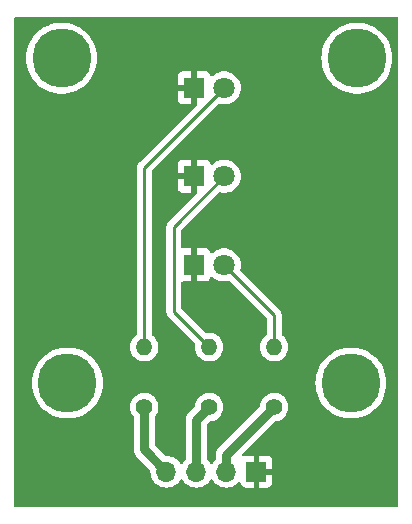
<source format=gbr>
%TF.GenerationSoftware,KiCad,Pcbnew,8.0.5*%
%TF.CreationDate,2024-12-18T16:59:36+03:00*%
%TF.ProjectId,Traffic_Light_For_Arduino,54726166-6669-4635-9f4c-696768745f46,V01*%
%TF.SameCoordinates,Original*%
%TF.FileFunction,Copper,L1,Top*%
%TF.FilePolarity,Positive*%
%FSLAX46Y46*%
G04 Gerber Fmt 4.6, Leading zero omitted, Abs format (unit mm)*
G04 Created by KiCad (PCBNEW 8.0.5) date 2024-12-18 16:59:36*
%MOMM*%
%LPD*%
G01*
G04 APERTURE LIST*
%TA.AperFunction,ComponentPad*%
%ADD10C,1.400000*%
%TD*%
%TA.AperFunction,ComponentPad*%
%ADD11O,1.400000X1.400000*%
%TD*%
%TA.AperFunction,ComponentPad*%
%ADD12R,1.700000X1.700000*%
%TD*%
%TA.AperFunction,ComponentPad*%
%ADD13O,1.700000X1.700000*%
%TD*%
%TA.AperFunction,ComponentPad*%
%ADD14C,5.000000*%
%TD*%
%TA.AperFunction,ComponentPad*%
%ADD15R,1.800000X1.800000*%
%TD*%
%TA.AperFunction,ComponentPad*%
%ADD16C,1.800000*%
%TD*%
%TA.AperFunction,Conductor*%
%ADD17C,0.254000*%
%TD*%
%TA.AperFunction,Conductor*%
%ADD18C,0.762000*%
%TD*%
G04 APERTURE END LIST*
D10*
%TO.P,R3,1*%
%TO.N,Net-(J1-Pin_2)*%
X168000000Y-94540000D03*
D11*
%TO.P,R3,2*%
%TO.N,Net-(D3-A)*%
X168000000Y-89460000D03*
%TD*%
D10*
%TO.P,R2,1*%
%TO.N,Net-(J1-Pin_3)*%
X162500000Y-94540000D03*
D11*
%TO.P,R2,2*%
%TO.N,Net-(D2-A)*%
X162500000Y-89460000D03*
%TD*%
D10*
%TO.P,R1,1*%
%TO.N,Net-(J1-Pin_4)*%
X157000000Y-94540000D03*
D11*
%TO.P,R1,2*%
%TO.N,Net-(D1-A)*%
X157000000Y-89460000D03*
%TD*%
D12*
%TO.P,J1,1,Pin_1*%
%TO.N,GND*%
X166500000Y-100000000D03*
D13*
%TO.P,J1,2,Pin_2*%
%TO.N,Net-(J1-Pin_2)*%
X163960000Y-100000000D03*
%TO.P,J1,3,Pin_3*%
%TO.N,Net-(J1-Pin_3)*%
X161420000Y-100000000D03*
%TO.P,J1,4,Pin_4*%
%TO.N,Net-(J1-Pin_4)*%
X158880000Y-100000000D03*
%TD*%
D14*
%TO.P,H4,1*%
%TO.N,N/C*%
X174500000Y-92500000D03*
%TD*%
%TO.P,H3,1*%
%TO.N,N/C*%
X150500000Y-92500000D03*
%TD*%
%TO.P,H2,1*%
%TO.N,N/C*%
X175000000Y-65000000D03*
%TD*%
%TO.P,H1,1*%
%TO.N,N/C*%
X150000000Y-65000000D03*
%TD*%
D15*
%TO.P,RED,1,K*%
%TO.N,GND*%
X161225000Y-82500000D03*
D16*
%TO.P,RED,2,A*%
%TO.N,Net-(D3-A)*%
X163765000Y-82500000D03*
%TD*%
D15*
%TO.P,ORANGE,1,K*%
%TO.N,GND*%
X161225000Y-75000000D03*
D16*
%TO.P,ORANGE,2,A*%
%TO.N,Net-(D2-A)*%
X163765000Y-75000000D03*
%TD*%
D15*
%TO.P,GREEN,1,K*%
%TO.N,GND*%
X161225000Y-67500000D03*
D16*
%TO.P,GREEN,2,A*%
%TO.N,Net-(D1-A)*%
X163765000Y-67500000D03*
%TD*%
D17*
%TO.N,Net-(D2-A)*%
X159500000Y-79265000D02*
X159500000Y-86460000D01*
X163765000Y-75000000D02*
X159500000Y-79265000D01*
X159500000Y-86460000D02*
X162500000Y-89460000D01*
%TO.N,Net-(D1-A)*%
X157000000Y-74265000D02*
X163765000Y-67500000D01*
X157000000Y-89460000D02*
X157000000Y-74265000D01*
%TO.N,Net-(D3-A)*%
X168000000Y-86735000D02*
X163765000Y-82500000D01*
X168000000Y-89460000D02*
X168000000Y-86735000D01*
D18*
%TO.N,Net-(J1-Pin_2)*%
X163960000Y-98580000D02*
X168000000Y-94540000D01*
X163960000Y-100000000D02*
X163960000Y-98580000D01*
%TO.N,Net-(J1-Pin_3)*%
X161420000Y-95620000D02*
X162500000Y-94540000D01*
X161420000Y-100000000D02*
X161420000Y-95620000D01*
%TO.N,Net-(J1-Pin_4)*%
X157000000Y-98120000D02*
X157000000Y-94540000D01*
X158880000Y-100000000D02*
X157000000Y-98120000D01*
%TD*%
%TA.AperFunction,Conductor*%
%TO.N,GND*%
G36*
X178443039Y-61519685D02*
G01*
X178488794Y-61572489D01*
X178500000Y-61624000D01*
X178500000Y-102876000D01*
X178480315Y-102943039D01*
X178427511Y-102988794D01*
X178376000Y-103000000D01*
X146124000Y-103000000D01*
X146056961Y-102980315D01*
X146011206Y-102927511D01*
X146000000Y-102876000D01*
X146000000Y-92499996D01*
X147494415Y-92499996D01*
X147494415Y-92500003D01*
X147514738Y-92848927D01*
X147514739Y-92848938D01*
X147575428Y-93193127D01*
X147575430Y-93193134D01*
X147675674Y-93527972D01*
X147814107Y-93848895D01*
X147814113Y-93848908D01*
X147988870Y-94151597D01*
X148197584Y-94431949D01*
X148197589Y-94431955D01*
X148286774Y-94526485D01*
X148437442Y-94686183D01*
X148527246Y-94761537D01*
X148705186Y-94910847D01*
X148705194Y-94910853D01*
X148997203Y-95102911D01*
X148997207Y-95102913D01*
X149309549Y-95259777D01*
X149637989Y-95379319D01*
X149978086Y-95459923D01*
X150325241Y-95500500D01*
X150325248Y-95500500D01*
X150674752Y-95500500D01*
X150674759Y-95500500D01*
X151021914Y-95459923D01*
X151362011Y-95379319D01*
X151690451Y-95259777D01*
X152002793Y-95102913D01*
X152294811Y-94910849D01*
X152562558Y-94686183D01*
X152700476Y-94539999D01*
X155794357Y-94539999D01*
X155794357Y-94540000D01*
X155814884Y-94761535D01*
X155814885Y-94761537D01*
X155875769Y-94975523D01*
X155875775Y-94975538D01*
X155974938Y-95174683D01*
X155974943Y-95174691D01*
X156093454Y-95331624D01*
X156118146Y-95396985D01*
X156118500Y-95406351D01*
X156118500Y-98033179D01*
X156118500Y-98206821D01*
X156118500Y-98206823D01*
X156118499Y-98206823D01*
X156152374Y-98377118D01*
X156152377Y-98377128D01*
X156218822Y-98537543D01*
X156315295Y-98681926D01*
X156315296Y-98681927D01*
X157492225Y-99858855D01*
X157525710Y-99920178D01*
X157528072Y-99957341D01*
X157524341Y-99999995D01*
X157524341Y-100000000D01*
X157544936Y-100235403D01*
X157544938Y-100235413D01*
X157606094Y-100463655D01*
X157606096Y-100463659D01*
X157606097Y-100463663D01*
X157686004Y-100635023D01*
X157705965Y-100677830D01*
X157705967Y-100677834D01*
X157814281Y-100832521D01*
X157841505Y-100871401D01*
X158008599Y-101038495D01*
X158085135Y-101092086D01*
X158202165Y-101174032D01*
X158202167Y-101174033D01*
X158202170Y-101174035D01*
X158416337Y-101273903D01*
X158644592Y-101335063D01*
X158815319Y-101350000D01*
X158879999Y-101355659D01*
X158880000Y-101355659D01*
X158880001Y-101355659D01*
X158944681Y-101350000D01*
X159115408Y-101335063D01*
X159343663Y-101273903D01*
X159557830Y-101174035D01*
X159751401Y-101038495D01*
X159918495Y-100871401D01*
X160048425Y-100685842D01*
X160103002Y-100642217D01*
X160172500Y-100635023D01*
X160234855Y-100666546D01*
X160251575Y-100685842D01*
X160381500Y-100871395D01*
X160381505Y-100871401D01*
X160548599Y-101038495D01*
X160625135Y-101092086D01*
X160742165Y-101174032D01*
X160742167Y-101174033D01*
X160742170Y-101174035D01*
X160956337Y-101273903D01*
X161184592Y-101335063D01*
X161355319Y-101350000D01*
X161419999Y-101355659D01*
X161420000Y-101355659D01*
X161420001Y-101355659D01*
X161484681Y-101350000D01*
X161655408Y-101335063D01*
X161883663Y-101273903D01*
X162097830Y-101174035D01*
X162291401Y-101038495D01*
X162458495Y-100871401D01*
X162588425Y-100685842D01*
X162643002Y-100642217D01*
X162712500Y-100635023D01*
X162774855Y-100666546D01*
X162791575Y-100685842D01*
X162921500Y-100871395D01*
X162921505Y-100871401D01*
X163088599Y-101038495D01*
X163165135Y-101092086D01*
X163282165Y-101174032D01*
X163282167Y-101174033D01*
X163282170Y-101174035D01*
X163496337Y-101273903D01*
X163724592Y-101335063D01*
X163895319Y-101350000D01*
X163959999Y-101355659D01*
X163960000Y-101355659D01*
X163960001Y-101355659D01*
X164024681Y-101350000D01*
X164195408Y-101335063D01*
X164423663Y-101273903D01*
X164637830Y-101174035D01*
X164831401Y-101038495D01*
X164953717Y-100916178D01*
X165015036Y-100882696D01*
X165084728Y-100887680D01*
X165140662Y-100929551D01*
X165157577Y-100960528D01*
X165206646Y-101092088D01*
X165206649Y-101092093D01*
X165292809Y-101207187D01*
X165292812Y-101207190D01*
X165407906Y-101293350D01*
X165407913Y-101293354D01*
X165542620Y-101343596D01*
X165542627Y-101343598D01*
X165602155Y-101349999D01*
X165602172Y-101350000D01*
X166250000Y-101350000D01*
X166250000Y-100433012D01*
X166307007Y-100465925D01*
X166434174Y-100500000D01*
X166565826Y-100500000D01*
X166692993Y-100465925D01*
X166750000Y-100433012D01*
X166750000Y-101350000D01*
X167397828Y-101350000D01*
X167397844Y-101349999D01*
X167457372Y-101343598D01*
X167457379Y-101343596D01*
X167592086Y-101293354D01*
X167592093Y-101293350D01*
X167707187Y-101207190D01*
X167707190Y-101207187D01*
X167793350Y-101092093D01*
X167793354Y-101092086D01*
X167843596Y-100957379D01*
X167843598Y-100957372D01*
X167849999Y-100897844D01*
X167850000Y-100897827D01*
X167850000Y-100250000D01*
X166933012Y-100250000D01*
X166965925Y-100192993D01*
X167000000Y-100065826D01*
X167000000Y-99934174D01*
X166965925Y-99807007D01*
X166933012Y-99750000D01*
X167850000Y-99750000D01*
X167850000Y-99102172D01*
X167849999Y-99102155D01*
X167843598Y-99042627D01*
X167843596Y-99042620D01*
X167793354Y-98907913D01*
X167793350Y-98907906D01*
X167707190Y-98792812D01*
X167707187Y-98792809D01*
X167592093Y-98706649D01*
X167592086Y-98706645D01*
X167457379Y-98656403D01*
X167457372Y-98656401D01*
X167397844Y-98650000D01*
X166750000Y-98650000D01*
X166750000Y-99566988D01*
X166692993Y-99534075D01*
X166565826Y-99500000D01*
X166434174Y-99500000D01*
X166307007Y-99534075D01*
X166250000Y-99566988D01*
X166250000Y-98650000D01*
X165602155Y-98650000D01*
X165542627Y-98656401D01*
X165542619Y-98656403D01*
X165418992Y-98702513D01*
X165349300Y-98707497D01*
X165287977Y-98674012D01*
X165254493Y-98612688D01*
X165259478Y-98542997D01*
X165287976Y-98498652D01*
X168009810Y-95776819D01*
X168071133Y-95743334D01*
X168097491Y-95740500D01*
X168111241Y-95740500D01*
X168111243Y-95740500D01*
X168329940Y-95699618D01*
X168537401Y-95619247D01*
X168726562Y-95502124D01*
X168726562Y-95502123D01*
X168726565Y-95502122D01*
X168890979Y-95352238D01*
X168900741Y-95339312D01*
X169025058Y-95174689D01*
X169124229Y-94975528D01*
X169185115Y-94761536D01*
X169205643Y-94540000D01*
X169203343Y-94515184D01*
X169185115Y-94318464D01*
X169185114Y-94318462D01*
X169124230Y-94104476D01*
X169124229Y-94104472D01*
X169124224Y-94104461D01*
X169025061Y-93905316D01*
X169025056Y-93905308D01*
X168890979Y-93727761D01*
X168726562Y-93577876D01*
X168726560Y-93577874D01*
X168537404Y-93460754D01*
X168537398Y-93460752D01*
X168329940Y-93380382D01*
X168111243Y-93339500D01*
X167888757Y-93339500D01*
X167670060Y-93380382D01*
X167538864Y-93431207D01*
X167462601Y-93460752D01*
X167462595Y-93460754D01*
X167273439Y-93577874D01*
X167273437Y-93577876D01*
X167109020Y-93727761D01*
X166974943Y-93905308D01*
X166974938Y-93905316D01*
X166875775Y-94104461D01*
X166875769Y-94104476D01*
X166814885Y-94318462D01*
X166814885Y-94318464D01*
X166802673Y-94450247D01*
X166776887Y-94515184D01*
X166766883Y-94526486D01*
X163275291Y-98018078D01*
X163265204Y-98033177D01*
X163265203Y-98033179D01*
X163178828Y-98162446D01*
X163178821Y-98162459D01*
X163112377Y-98322871D01*
X163112374Y-98322881D01*
X163078500Y-98493177D01*
X163078500Y-98920241D01*
X163058815Y-98987280D01*
X163042181Y-99007922D01*
X162921505Y-99128597D01*
X162791575Y-99314158D01*
X162736998Y-99357783D01*
X162667500Y-99364977D01*
X162605145Y-99333454D01*
X162588425Y-99314158D01*
X162458494Y-99128597D01*
X162337819Y-99007922D01*
X162304334Y-98946599D01*
X162301500Y-98920241D01*
X162301500Y-96036491D01*
X162321185Y-95969452D01*
X162337819Y-95948810D01*
X162509811Y-95776819D01*
X162571134Y-95743334D01*
X162597492Y-95740500D01*
X162611241Y-95740500D01*
X162611243Y-95740500D01*
X162829940Y-95699618D01*
X163037401Y-95619247D01*
X163226562Y-95502124D01*
X163226562Y-95502123D01*
X163226565Y-95502122D01*
X163390979Y-95352238D01*
X163400741Y-95339312D01*
X163525058Y-95174689D01*
X163624229Y-94975528D01*
X163685115Y-94761536D01*
X163705643Y-94540000D01*
X163703343Y-94515184D01*
X163685115Y-94318464D01*
X163685114Y-94318462D01*
X163624230Y-94104476D01*
X163624229Y-94104472D01*
X163624224Y-94104461D01*
X163525061Y-93905316D01*
X163525056Y-93905308D01*
X163390979Y-93727761D01*
X163226562Y-93577876D01*
X163226560Y-93577874D01*
X163037404Y-93460754D01*
X163037398Y-93460752D01*
X162829940Y-93380382D01*
X162611243Y-93339500D01*
X162388757Y-93339500D01*
X162170060Y-93380382D01*
X162038864Y-93431207D01*
X161962601Y-93460752D01*
X161962595Y-93460754D01*
X161773439Y-93577874D01*
X161773437Y-93577876D01*
X161609020Y-93727761D01*
X161474943Y-93905308D01*
X161474938Y-93905316D01*
X161375775Y-94104461D01*
X161375769Y-94104476D01*
X161314885Y-94318462D01*
X161314885Y-94318464D01*
X161302673Y-94450246D01*
X161276886Y-94515183D01*
X161266883Y-94526485D01*
X160735295Y-95058073D01*
X160638822Y-95202456D01*
X160572377Y-95362871D01*
X160572374Y-95362883D01*
X160544678Y-95502122D01*
X160544678Y-95502126D01*
X160538500Y-95533180D01*
X160538500Y-98920241D01*
X160518815Y-98987280D01*
X160502181Y-99007922D01*
X160381505Y-99128597D01*
X160251575Y-99314158D01*
X160196998Y-99357783D01*
X160127500Y-99364977D01*
X160065145Y-99333454D01*
X160048425Y-99314158D01*
X159918494Y-99128597D01*
X159751402Y-98961506D01*
X159751395Y-98961501D01*
X159557834Y-98825967D01*
X159557830Y-98825965D01*
X159486727Y-98792809D01*
X159343663Y-98726097D01*
X159343659Y-98726096D01*
X159343655Y-98726094D01*
X159115413Y-98664938D01*
X159115403Y-98664936D01*
X158880001Y-98644341D01*
X158879996Y-98644341D01*
X158837341Y-98648072D01*
X158768841Y-98634304D01*
X158738855Y-98612225D01*
X157917819Y-97791189D01*
X157884334Y-97729866D01*
X157881500Y-97703508D01*
X157881500Y-95406351D01*
X157901185Y-95339312D01*
X157906546Y-95331624D01*
X158025058Y-95174689D01*
X158124229Y-94975528D01*
X158185115Y-94761536D01*
X158205643Y-94540000D01*
X158203343Y-94515184D01*
X158185115Y-94318464D01*
X158185114Y-94318462D01*
X158124230Y-94104476D01*
X158124229Y-94104472D01*
X158124224Y-94104461D01*
X158025061Y-93905316D01*
X158025056Y-93905308D01*
X157890979Y-93727761D01*
X157726562Y-93577876D01*
X157726560Y-93577874D01*
X157537404Y-93460754D01*
X157537398Y-93460752D01*
X157329940Y-93380382D01*
X157111243Y-93339500D01*
X156888757Y-93339500D01*
X156670060Y-93380382D01*
X156538864Y-93431207D01*
X156462601Y-93460752D01*
X156462595Y-93460754D01*
X156273439Y-93577874D01*
X156273437Y-93577876D01*
X156109020Y-93727761D01*
X155974943Y-93905308D01*
X155974938Y-93905316D01*
X155875775Y-94104461D01*
X155875769Y-94104476D01*
X155814885Y-94318462D01*
X155814884Y-94318464D01*
X155794357Y-94539999D01*
X152700476Y-94539999D01*
X152802412Y-94431953D01*
X153011130Y-94151596D01*
X153185889Y-93848904D01*
X153324326Y-93527971D01*
X153424569Y-93193136D01*
X153485262Y-92848927D01*
X153505585Y-92500000D01*
X153505585Y-92499996D01*
X171494415Y-92499996D01*
X171494415Y-92500003D01*
X171514738Y-92848927D01*
X171514739Y-92848938D01*
X171575428Y-93193127D01*
X171575430Y-93193134D01*
X171675674Y-93527972D01*
X171814107Y-93848895D01*
X171814113Y-93848908D01*
X171988870Y-94151597D01*
X172197584Y-94431949D01*
X172197589Y-94431955D01*
X172286774Y-94526485D01*
X172437442Y-94686183D01*
X172527246Y-94761537D01*
X172705186Y-94910847D01*
X172705194Y-94910853D01*
X172997203Y-95102911D01*
X172997207Y-95102913D01*
X173309549Y-95259777D01*
X173637989Y-95379319D01*
X173978086Y-95459923D01*
X174325241Y-95500500D01*
X174325248Y-95500500D01*
X174674752Y-95500500D01*
X174674759Y-95500500D01*
X175021914Y-95459923D01*
X175362011Y-95379319D01*
X175690451Y-95259777D01*
X176002793Y-95102913D01*
X176294811Y-94910849D01*
X176562558Y-94686183D01*
X176802412Y-94431953D01*
X177011130Y-94151596D01*
X177185889Y-93848904D01*
X177324326Y-93527971D01*
X177424569Y-93193136D01*
X177485262Y-92848927D01*
X177505585Y-92500000D01*
X177485262Y-92151073D01*
X177485260Y-92151061D01*
X177424571Y-91806872D01*
X177424569Y-91806865D01*
X177324325Y-91472027D01*
X177185892Y-91151104D01*
X177185889Y-91151096D01*
X177011130Y-90848404D01*
X176871241Y-90660500D01*
X176802415Y-90568050D01*
X176802410Y-90568044D01*
X176664741Y-90422125D01*
X176562558Y-90313817D01*
X176414488Y-90189572D01*
X176294813Y-90089152D01*
X176294805Y-90089146D01*
X176002796Y-89897088D01*
X175690458Y-89740226D01*
X175690452Y-89740223D01*
X175362012Y-89620681D01*
X175362009Y-89620680D01*
X175021915Y-89540077D01*
X174978519Y-89535004D01*
X174674759Y-89499500D01*
X174325241Y-89499500D01*
X174021480Y-89535004D01*
X173978085Y-89540077D01*
X173978083Y-89540077D01*
X173637990Y-89620680D01*
X173637987Y-89620681D01*
X173309547Y-89740223D01*
X173309541Y-89740226D01*
X172997203Y-89897088D01*
X172705194Y-90089146D01*
X172705186Y-90089152D01*
X172437442Y-90313817D01*
X172437440Y-90313819D01*
X172197589Y-90568044D01*
X172197584Y-90568050D01*
X171988870Y-90848402D01*
X171814113Y-91151091D01*
X171814107Y-91151104D01*
X171675674Y-91472027D01*
X171575430Y-91806865D01*
X171575428Y-91806872D01*
X171514739Y-92151061D01*
X171514738Y-92151072D01*
X171494415Y-92499996D01*
X153505585Y-92499996D01*
X153485262Y-92151073D01*
X153485260Y-92151061D01*
X153424571Y-91806872D01*
X153424569Y-91806865D01*
X153324325Y-91472027D01*
X153185892Y-91151104D01*
X153185889Y-91151096D01*
X153011130Y-90848404D01*
X152871241Y-90660500D01*
X152802415Y-90568050D01*
X152802410Y-90568044D01*
X152664741Y-90422125D01*
X152562558Y-90313817D01*
X152414488Y-90189572D01*
X152294813Y-90089152D01*
X152294805Y-90089146D01*
X152002796Y-89897088D01*
X151690458Y-89740226D01*
X151690452Y-89740223D01*
X151362012Y-89620681D01*
X151362009Y-89620680D01*
X151021915Y-89540077D01*
X150978519Y-89535004D01*
X150674759Y-89499500D01*
X150325241Y-89499500D01*
X150021480Y-89535004D01*
X149978085Y-89540077D01*
X149978083Y-89540077D01*
X149637990Y-89620680D01*
X149637987Y-89620681D01*
X149309547Y-89740223D01*
X149309541Y-89740226D01*
X148997203Y-89897088D01*
X148705194Y-90089146D01*
X148705186Y-90089152D01*
X148437442Y-90313817D01*
X148437440Y-90313819D01*
X148197589Y-90568044D01*
X148197584Y-90568050D01*
X147988870Y-90848402D01*
X147814113Y-91151091D01*
X147814107Y-91151104D01*
X147675674Y-91472027D01*
X147575430Y-91806865D01*
X147575428Y-91806872D01*
X147514739Y-92151061D01*
X147514738Y-92151072D01*
X147494415Y-92499996D01*
X146000000Y-92499996D01*
X146000000Y-89459999D01*
X155794357Y-89459999D01*
X155794357Y-89460000D01*
X155814884Y-89681535D01*
X155814885Y-89681537D01*
X155875769Y-89895523D01*
X155875775Y-89895538D01*
X155974938Y-90094683D01*
X155974943Y-90094691D01*
X156109020Y-90272238D01*
X156273437Y-90422123D01*
X156273439Y-90422125D01*
X156462595Y-90539245D01*
X156462596Y-90539245D01*
X156462599Y-90539247D01*
X156670060Y-90619618D01*
X156888757Y-90660500D01*
X156888759Y-90660500D01*
X157111241Y-90660500D01*
X157111243Y-90660500D01*
X157329940Y-90619618D01*
X157537401Y-90539247D01*
X157726562Y-90422124D01*
X157890981Y-90272236D01*
X158025058Y-90094689D01*
X158124229Y-89895528D01*
X158185115Y-89681536D01*
X158205643Y-89460000D01*
X158185115Y-89238464D01*
X158124229Y-89024472D01*
X158124224Y-89024461D01*
X158025061Y-88825316D01*
X158025056Y-88825308D01*
X157890979Y-88647761D01*
X157726562Y-88497876D01*
X157726561Y-88497875D01*
X157686221Y-88472897D01*
X157639586Y-88420869D01*
X157627500Y-88367471D01*
X157627500Y-79203192D01*
X158872500Y-79203192D01*
X158872500Y-86521807D01*
X158896612Y-86643028D01*
X158896613Y-86643032D01*
X158896614Y-86643035D01*
X158909108Y-86673197D01*
X158943916Y-86757231D01*
X158943918Y-86757235D01*
X158970353Y-86796799D01*
X158970358Y-86796804D01*
X159012587Y-86860006D01*
X159012591Y-86860011D01*
X161280662Y-89128081D01*
X161314147Y-89189404D01*
X161314783Y-89232697D01*
X161315414Y-89232756D01*
X161294357Y-89459999D01*
X161294357Y-89460000D01*
X161314884Y-89681535D01*
X161314885Y-89681537D01*
X161375769Y-89895523D01*
X161375775Y-89895538D01*
X161474938Y-90094683D01*
X161474943Y-90094691D01*
X161609020Y-90272238D01*
X161773437Y-90422123D01*
X161773439Y-90422125D01*
X161962595Y-90539245D01*
X161962596Y-90539245D01*
X161962599Y-90539247D01*
X162170060Y-90619618D01*
X162388757Y-90660500D01*
X162388759Y-90660500D01*
X162611241Y-90660500D01*
X162611243Y-90660500D01*
X162829940Y-90619618D01*
X163037401Y-90539247D01*
X163226562Y-90422124D01*
X163390981Y-90272236D01*
X163525058Y-90094689D01*
X163624229Y-89895528D01*
X163685115Y-89681536D01*
X163705643Y-89460000D01*
X163685115Y-89238464D01*
X163624229Y-89024472D01*
X163624224Y-89024461D01*
X163525061Y-88825316D01*
X163525056Y-88825308D01*
X163390979Y-88647761D01*
X163226562Y-88497876D01*
X163226560Y-88497874D01*
X163037404Y-88380754D01*
X163037398Y-88380752D01*
X162829940Y-88300382D01*
X162611243Y-88259500D01*
X162388757Y-88259500D01*
X162282955Y-88279278D01*
X162213440Y-88272247D01*
X162172489Y-88245070D01*
X160163819Y-86236400D01*
X160130334Y-86175077D01*
X160127500Y-86148719D01*
X160127500Y-84021954D01*
X160147185Y-83954915D01*
X160199989Y-83909160D01*
X160264763Y-83898665D01*
X160277173Y-83900000D01*
X160975000Y-83900000D01*
X160975000Y-82875277D01*
X161051306Y-82919333D01*
X161165756Y-82950000D01*
X161284244Y-82950000D01*
X161398694Y-82919333D01*
X161475000Y-82875277D01*
X161475000Y-83900000D01*
X162172828Y-83900000D01*
X162172844Y-83899999D01*
X162232372Y-83893598D01*
X162232379Y-83893596D01*
X162367086Y-83843354D01*
X162367093Y-83843350D01*
X162482187Y-83757190D01*
X162482190Y-83757187D01*
X162568350Y-83642093D01*
X162568355Y-83642084D01*
X162597075Y-83565081D01*
X162638945Y-83509147D01*
X162704409Y-83484729D01*
X162772682Y-83499580D01*
X162804484Y-83524428D01*
X162813216Y-83533913D01*
X162813219Y-83533915D01*
X162813222Y-83533918D01*
X162996365Y-83676464D01*
X162996371Y-83676468D01*
X162996374Y-83676470D01*
X163200497Y-83786936D01*
X163314487Y-83826068D01*
X163420015Y-83862297D01*
X163420017Y-83862297D01*
X163420019Y-83862298D01*
X163648951Y-83900500D01*
X163648952Y-83900500D01*
X163881048Y-83900500D01*
X163881049Y-83900500D01*
X164109981Y-83862298D01*
X164133470Y-83854233D01*
X164203264Y-83851082D01*
X164261414Y-83883833D01*
X167336181Y-86958600D01*
X167369666Y-87019923D01*
X167372500Y-87046281D01*
X167372500Y-88367471D01*
X167352815Y-88434510D01*
X167313779Y-88472897D01*
X167273438Y-88497875D01*
X167273437Y-88497876D01*
X167109020Y-88647761D01*
X166974943Y-88825308D01*
X166974938Y-88825316D01*
X166875775Y-89024461D01*
X166875769Y-89024476D01*
X166814885Y-89238462D01*
X166814884Y-89238464D01*
X166794357Y-89459999D01*
X166794357Y-89460000D01*
X166814884Y-89681535D01*
X166814885Y-89681537D01*
X166875769Y-89895523D01*
X166875775Y-89895538D01*
X166974938Y-90094683D01*
X166974943Y-90094691D01*
X167109020Y-90272238D01*
X167273437Y-90422123D01*
X167273439Y-90422125D01*
X167462595Y-90539245D01*
X167462596Y-90539245D01*
X167462599Y-90539247D01*
X167670060Y-90619618D01*
X167888757Y-90660500D01*
X167888759Y-90660500D01*
X168111241Y-90660500D01*
X168111243Y-90660500D01*
X168329940Y-90619618D01*
X168537401Y-90539247D01*
X168726562Y-90422124D01*
X168890981Y-90272236D01*
X169025058Y-90094689D01*
X169124229Y-89895528D01*
X169185115Y-89681536D01*
X169205643Y-89460000D01*
X169185115Y-89238464D01*
X169124229Y-89024472D01*
X169124224Y-89024461D01*
X169025061Y-88825316D01*
X169025056Y-88825308D01*
X168890979Y-88647761D01*
X168726562Y-88497876D01*
X168726561Y-88497875D01*
X168686221Y-88472897D01*
X168639586Y-88420869D01*
X168627500Y-88367471D01*
X168627500Y-86673193D01*
X168603386Y-86551970D01*
X168603385Y-86551969D01*
X168603385Y-86551965D01*
X168590892Y-86521803D01*
X168556086Y-86437773D01*
X168556079Y-86437760D01*
X168487412Y-86334993D01*
X168487411Y-86334992D01*
X168400008Y-86247589D01*
X165146919Y-82994500D01*
X165113434Y-82933177D01*
X165114394Y-82876381D01*
X165151134Y-82731305D01*
X165170300Y-82500000D01*
X165170300Y-82499993D01*
X165151135Y-82268702D01*
X165151133Y-82268691D01*
X165094157Y-82043699D01*
X165000924Y-81831151D01*
X164873983Y-81636852D01*
X164873980Y-81636849D01*
X164873979Y-81636847D01*
X164716784Y-81466087D01*
X164716779Y-81466083D01*
X164716777Y-81466081D01*
X164533634Y-81323535D01*
X164533628Y-81323531D01*
X164329504Y-81213064D01*
X164329495Y-81213061D01*
X164109984Y-81137702D01*
X163922404Y-81106401D01*
X163881049Y-81099500D01*
X163648951Y-81099500D01*
X163607596Y-81106401D01*
X163420015Y-81137702D01*
X163200504Y-81213061D01*
X163200495Y-81213064D01*
X162996371Y-81323531D01*
X162996365Y-81323535D01*
X162813222Y-81466081D01*
X162813215Y-81466087D01*
X162804484Y-81475572D01*
X162744595Y-81511561D01*
X162674757Y-81509458D01*
X162617143Y-81469932D01*
X162597075Y-81434918D01*
X162568355Y-81357915D01*
X162568350Y-81357906D01*
X162482190Y-81242812D01*
X162482187Y-81242809D01*
X162367093Y-81156649D01*
X162367086Y-81156645D01*
X162232379Y-81106403D01*
X162232372Y-81106401D01*
X162172844Y-81100000D01*
X161475000Y-81100000D01*
X161475000Y-82124722D01*
X161398694Y-82080667D01*
X161284244Y-82050000D01*
X161165756Y-82050000D01*
X161051306Y-82080667D01*
X160975000Y-82124722D01*
X160975000Y-81100000D01*
X160277172Y-81100000D01*
X160277153Y-81100001D01*
X160264755Y-81101334D01*
X160195996Y-81088929D01*
X160144858Y-81041319D01*
X160127500Y-80978045D01*
X160127500Y-79576280D01*
X160147185Y-79509241D01*
X160163814Y-79488604D01*
X163268586Y-76383831D01*
X163329907Y-76350348D01*
X163396526Y-76354232D01*
X163420019Y-76362298D01*
X163648951Y-76400500D01*
X163648952Y-76400500D01*
X163881048Y-76400500D01*
X163881049Y-76400500D01*
X164109981Y-76362298D01*
X164329503Y-76286936D01*
X164533626Y-76176470D01*
X164716784Y-76033913D01*
X164873979Y-75863153D01*
X165000924Y-75668849D01*
X165094157Y-75456300D01*
X165151134Y-75231305D01*
X165170300Y-75000000D01*
X165170300Y-74999993D01*
X165151135Y-74768702D01*
X165151133Y-74768691D01*
X165094157Y-74543699D01*
X165000924Y-74331151D01*
X164873983Y-74136852D01*
X164873980Y-74136849D01*
X164873979Y-74136847D01*
X164716784Y-73966087D01*
X164716779Y-73966083D01*
X164716777Y-73966081D01*
X164533634Y-73823535D01*
X164533628Y-73823531D01*
X164329504Y-73713064D01*
X164329495Y-73713061D01*
X164109984Y-73637702D01*
X163922404Y-73606401D01*
X163881049Y-73599500D01*
X163648951Y-73599500D01*
X163607596Y-73606401D01*
X163420015Y-73637702D01*
X163200504Y-73713061D01*
X163200495Y-73713064D01*
X162996371Y-73823531D01*
X162996365Y-73823535D01*
X162813222Y-73966081D01*
X162813215Y-73966087D01*
X162804484Y-73975572D01*
X162744595Y-74011561D01*
X162674757Y-74009458D01*
X162617143Y-73969932D01*
X162597075Y-73934918D01*
X162568355Y-73857915D01*
X162568350Y-73857906D01*
X162482190Y-73742812D01*
X162482187Y-73742809D01*
X162367093Y-73656649D01*
X162367086Y-73656645D01*
X162232379Y-73606403D01*
X162232372Y-73606401D01*
X162172844Y-73600000D01*
X161475000Y-73600000D01*
X161475000Y-74624722D01*
X161398694Y-74580667D01*
X161284244Y-74550000D01*
X161165756Y-74550000D01*
X161051306Y-74580667D01*
X160975000Y-74624722D01*
X160975000Y-73600000D01*
X160277155Y-73600000D01*
X160217627Y-73606401D01*
X160217620Y-73606403D01*
X160082913Y-73656645D01*
X160082906Y-73656649D01*
X159967812Y-73742809D01*
X159967809Y-73742812D01*
X159881649Y-73857906D01*
X159881645Y-73857913D01*
X159831403Y-73992620D01*
X159831401Y-73992627D01*
X159825000Y-74052155D01*
X159825000Y-74750000D01*
X160849722Y-74750000D01*
X160805667Y-74826306D01*
X160775000Y-74940756D01*
X160775000Y-75059244D01*
X160805667Y-75173694D01*
X160849722Y-75250000D01*
X159825000Y-75250000D01*
X159825000Y-75947844D01*
X159831401Y-76007372D01*
X159831403Y-76007379D01*
X159881645Y-76142086D01*
X159881649Y-76142093D01*
X159967809Y-76257187D01*
X159967812Y-76257190D01*
X160082906Y-76343350D01*
X160082913Y-76343354D01*
X160217620Y-76393596D01*
X160217627Y-76393598D01*
X160277155Y-76399999D01*
X160277172Y-76400000D01*
X160975000Y-76400000D01*
X160975000Y-75375277D01*
X161051306Y-75419333D01*
X161165756Y-75450000D01*
X161284244Y-75450000D01*
X161398694Y-75419333D01*
X161475000Y-75375277D01*
X161475000Y-76351218D01*
X161455315Y-76418257D01*
X161438681Y-76438899D01*
X159099992Y-78777589D01*
X159056289Y-78821292D01*
X159012586Y-78864994D01*
X159012585Y-78864996D01*
X158943233Y-78968789D01*
X158941586Y-78973393D01*
X158896614Y-79081964D01*
X158896612Y-79081972D01*
X158872500Y-79203192D01*
X157627500Y-79203192D01*
X157627500Y-74576280D01*
X157647185Y-74509241D01*
X157663814Y-74488604D01*
X163268586Y-68883831D01*
X163329907Y-68850348D01*
X163396526Y-68854232D01*
X163420019Y-68862298D01*
X163648951Y-68900500D01*
X163648952Y-68900500D01*
X163881048Y-68900500D01*
X163881049Y-68900500D01*
X164109981Y-68862298D01*
X164329503Y-68786936D01*
X164533626Y-68676470D01*
X164716784Y-68533913D01*
X164873979Y-68363153D01*
X165000924Y-68168849D01*
X165094157Y-67956300D01*
X165151134Y-67731305D01*
X165170300Y-67500000D01*
X165170300Y-67499993D01*
X165151135Y-67268702D01*
X165151133Y-67268691D01*
X165094157Y-67043699D01*
X165000924Y-66831151D01*
X164873983Y-66636852D01*
X164873980Y-66636849D01*
X164873979Y-66636847D01*
X164716784Y-66466087D01*
X164716779Y-66466083D01*
X164716777Y-66466081D01*
X164533634Y-66323535D01*
X164533628Y-66323531D01*
X164329504Y-66213064D01*
X164329495Y-66213061D01*
X164109984Y-66137702D01*
X163922404Y-66106401D01*
X163881049Y-66099500D01*
X163648951Y-66099500D01*
X163607596Y-66106401D01*
X163420015Y-66137702D01*
X163200504Y-66213061D01*
X163200495Y-66213064D01*
X162996371Y-66323531D01*
X162996365Y-66323535D01*
X162813222Y-66466081D01*
X162813215Y-66466087D01*
X162804484Y-66475572D01*
X162744595Y-66511561D01*
X162674757Y-66509458D01*
X162617143Y-66469932D01*
X162597075Y-66434918D01*
X162568355Y-66357915D01*
X162568350Y-66357906D01*
X162482190Y-66242812D01*
X162482187Y-66242809D01*
X162367093Y-66156649D01*
X162367086Y-66156645D01*
X162232379Y-66106403D01*
X162232372Y-66106401D01*
X162172844Y-66100000D01*
X161475000Y-66100000D01*
X161475000Y-67124722D01*
X161398694Y-67080667D01*
X161284244Y-67050000D01*
X161165756Y-67050000D01*
X161051306Y-67080667D01*
X160975000Y-67124722D01*
X160975000Y-66100000D01*
X160277155Y-66100000D01*
X160217627Y-66106401D01*
X160217620Y-66106403D01*
X160082913Y-66156645D01*
X160082906Y-66156649D01*
X159967812Y-66242809D01*
X159967809Y-66242812D01*
X159881649Y-66357906D01*
X159881645Y-66357913D01*
X159831403Y-66492620D01*
X159831401Y-66492627D01*
X159825000Y-66552155D01*
X159825000Y-67250000D01*
X160849722Y-67250000D01*
X160805667Y-67326306D01*
X160775000Y-67440756D01*
X160775000Y-67559244D01*
X160805667Y-67673694D01*
X160849722Y-67750000D01*
X159825000Y-67750000D01*
X159825000Y-68447844D01*
X159831401Y-68507372D01*
X159831403Y-68507379D01*
X159881645Y-68642086D01*
X159881649Y-68642093D01*
X159967809Y-68757187D01*
X159967812Y-68757190D01*
X160082906Y-68843350D01*
X160082913Y-68843354D01*
X160217620Y-68893596D01*
X160217627Y-68893598D01*
X160277155Y-68899999D01*
X160277172Y-68900000D01*
X160975000Y-68900000D01*
X160975000Y-67875277D01*
X161051306Y-67919333D01*
X161165756Y-67950000D01*
X161284244Y-67950000D01*
X161398694Y-67919333D01*
X161475000Y-67875277D01*
X161475000Y-68851218D01*
X161455315Y-68918257D01*
X161438680Y-68938899D01*
X156599992Y-73777589D01*
X156556289Y-73821292D01*
X156512586Y-73864994D01*
X156512585Y-73864996D01*
X156443233Y-73968789D01*
X156441586Y-73973393D01*
X156396615Y-74081962D01*
X156396612Y-74081972D01*
X156385697Y-74136848D01*
X156372500Y-74203192D01*
X156372500Y-88367471D01*
X156352815Y-88434510D01*
X156313779Y-88472897D01*
X156273438Y-88497875D01*
X156273437Y-88497876D01*
X156109020Y-88647761D01*
X155974943Y-88825308D01*
X155974938Y-88825316D01*
X155875775Y-89024461D01*
X155875769Y-89024476D01*
X155814885Y-89238462D01*
X155814884Y-89238464D01*
X155794357Y-89459999D01*
X146000000Y-89459999D01*
X146000000Y-64999996D01*
X146994415Y-64999996D01*
X146994415Y-65000003D01*
X147014738Y-65348927D01*
X147014739Y-65348938D01*
X147075428Y-65693127D01*
X147075430Y-65693134D01*
X147175674Y-66027972D01*
X147314107Y-66348895D01*
X147314113Y-66348908D01*
X147488870Y-66651597D01*
X147697584Y-66931949D01*
X147697589Y-66931955D01*
X147803015Y-67043699D01*
X147937442Y-67186183D01*
X148104434Y-67326306D01*
X148205186Y-67410847D01*
X148205194Y-67410853D01*
X148497203Y-67602911D01*
X148497207Y-67602913D01*
X148809549Y-67759777D01*
X149137989Y-67879319D01*
X149478086Y-67959923D01*
X149825241Y-68000500D01*
X149825248Y-68000500D01*
X150174752Y-68000500D01*
X150174759Y-68000500D01*
X150521914Y-67959923D01*
X150862011Y-67879319D01*
X151190451Y-67759777D01*
X151502793Y-67602913D01*
X151794811Y-67410849D01*
X152062558Y-67186183D01*
X152302412Y-66931953D01*
X152511130Y-66651596D01*
X152685889Y-66348904D01*
X152824326Y-66027971D01*
X152924569Y-65693136D01*
X152985262Y-65348927D01*
X153005585Y-65000000D01*
X153005585Y-64999996D01*
X171994415Y-64999996D01*
X171994415Y-65000003D01*
X172014738Y-65348927D01*
X172014739Y-65348938D01*
X172075428Y-65693127D01*
X172075430Y-65693134D01*
X172175674Y-66027972D01*
X172314107Y-66348895D01*
X172314113Y-66348908D01*
X172488870Y-66651597D01*
X172697584Y-66931949D01*
X172697589Y-66931955D01*
X172803015Y-67043699D01*
X172937442Y-67186183D01*
X173104434Y-67326306D01*
X173205186Y-67410847D01*
X173205194Y-67410853D01*
X173497203Y-67602911D01*
X173497207Y-67602913D01*
X173809549Y-67759777D01*
X174137989Y-67879319D01*
X174478086Y-67959923D01*
X174825241Y-68000500D01*
X174825248Y-68000500D01*
X175174752Y-68000500D01*
X175174759Y-68000500D01*
X175521914Y-67959923D01*
X175862011Y-67879319D01*
X176190451Y-67759777D01*
X176502793Y-67602913D01*
X176794811Y-67410849D01*
X177062558Y-67186183D01*
X177302412Y-66931953D01*
X177511130Y-66651596D01*
X177685889Y-66348904D01*
X177824326Y-66027971D01*
X177924569Y-65693136D01*
X177985262Y-65348927D01*
X178005585Y-65000000D01*
X177985262Y-64651073D01*
X177985260Y-64651061D01*
X177924571Y-64306872D01*
X177924569Y-64306865D01*
X177824325Y-63972027D01*
X177685892Y-63651104D01*
X177685889Y-63651096D01*
X177511130Y-63348404D01*
X177511129Y-63348402D01*
X177302415Y-63068050D01*
X177302410Y-63068044D01*
X177186433Y-62945117D01*
X177062558Y-62813817D01*
X176914488Y-62689572D01*
X176794813Y-62589152D01*
X176794805Y-62589146D01*
X176502796Y-62397088D01*
X176190458Y-62240226D01*
X176190452Y-62240223D01*
X175862012Y-62120681D01*
X175862009Y-62120680D01*
X175521915Y-62040077D01*
X175478519Y-62035004D01*
X175174759Y-61999500D01*
X174825241Y-61999500D01*
X174521480Y-62035004D01*
X174478085Y-62040077D01*
X174478083Y-62040077D01*
X174137990Y-62120680D01*
X174137987Y-62120681D01*
X173809547Y-62240223D01*
X173809541Y-62240226D01*
X173497203Y-62397088D01*
X173205194Y-62589146D01*
X173205186Y-62589152D01*
X172937442Y-62813817D01*
X172937440Y-62813819D01*
X172697589Y-63068044D01*
X172697584Y-63068050D01*
X172488870Y-63348402D01*
X172314113Y-63651091D01*
X172314107Y-63651104D01*
X172175674Y-63972027D01*
X172075430Y-64306865D01*
X172075428Y-64306872D01*
X172014739Y-64651061D01*
X172014738Y-64651072D01*
X171994415Y-64999996D01*
X153005585Y-64999996D01*
X152985262Y-64651073D01*
X152985260Y-64651061D01*
X152924571Y-64306872D01*
X152924569Y-64306865D01*
X152824325Y-63972027D01*
X152685892Y-63651104D01*
X152685889Y-63651096D01*
X152511130Y-63348404D01*
X152511129Y-63348402D01*
X152302415Y-63068050D01*
X152302410Y-63068044D01*
X152186433Y-62945117D01*
X152062558Y-62813817D01*
X151914488Y-62689572D01*
X151794813Y-62589152D01*
X151794805Y-62589146D01*
X151502796Y-62397088D01*
X151190458Y-62240226D01*
X151190452Y-62240223D01*
X150862012Y-62120681D01*
X150862009Y-62120680D01*
X150521915Y-62040077D01*
X150478519Y-62035004D01*
X150174759Y-61999500D01*
X149825241Y-61999500D01*
X149521480Y-62035004D01*
X149478085Y-62040077D01*
X149478083Y-62040077D01*
X149137990Y-62120680D01*
X149137987Y-62120681D01*
X148809547Y-62240223D01*
X148809541Y-62240226D01*
X148497203Y-62397088D01*
X148205194Y-62589146D01*
X148205186Y-62589152D01*
X147937442Y-62813817D01*
X147937440Y-62813819D01*
X147697589Y-63068044D01*
X147697584Y-63068050D01*
X147488870Y-63348402D01*
X147314113Y-63651091D01*
X147314107Y-63651104D01*
X147175674Y-63972027D01*
X147075430Y-64306865D01*
X147075428Y-64306872D01*
X147014739Y-64651061D01*
X147014738Y-64651072D01*
X146994415Y-64999996D01*
X146000000Y-64999996D01*
X146000000Y-61624000D01*
X146019685Y-61556961D01*
X146072489Y-61511206D01*
X146124000Y-61500000D01*
X178376000Y-61500000D01*
X178443039Y-61519685D01*
G37*
%TD.AperFunction*%
%TD*%
M02*

</source>
